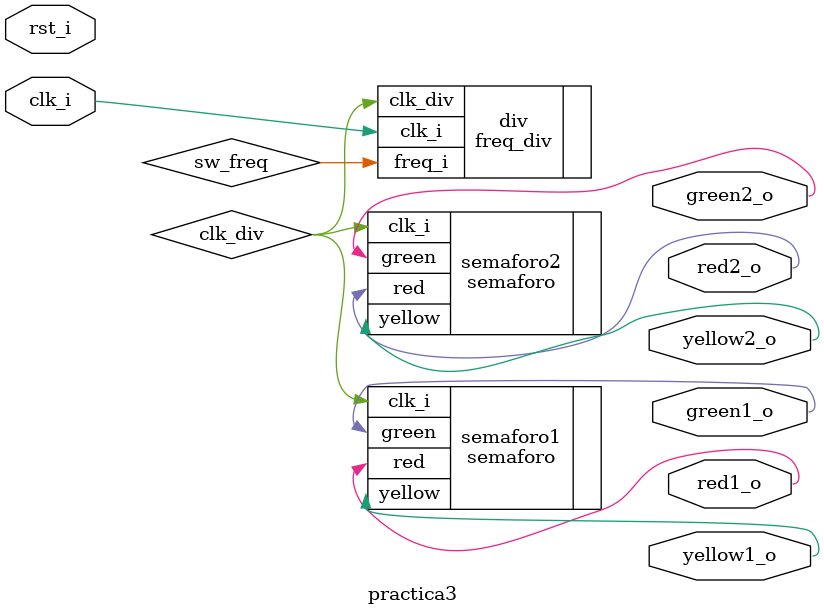
<source format=v>
module practica3 (
	input		clk_i,
	input		rst_i,
	output	red1_o,
	output	red2_o,
	output	green1_o,
	output	green2_o,
	output	yellow1_o,
	output	yellow2_o
);

	wire		clk_div;

	freq_div div(
		.clk_i	(clk_i),
		.clk_div	(clk_div),
		.freq_i (sw_freq)
	);

	semaforo #(.initial_state(3'b100)) semaforo1 (
		.clk_i(clk_div),
		.red(red1_o),
		.green(green1_o),
		.yellow(yellow1_o)
	);
	
	semaforo #(.initial_state(3'b001)) semaforo2 (
		.clk_i(clk_div),
		.red(red2_o),
		.green(green2_o),
		.yellow(yellow2_o)
	);

endmodule 
</source>
